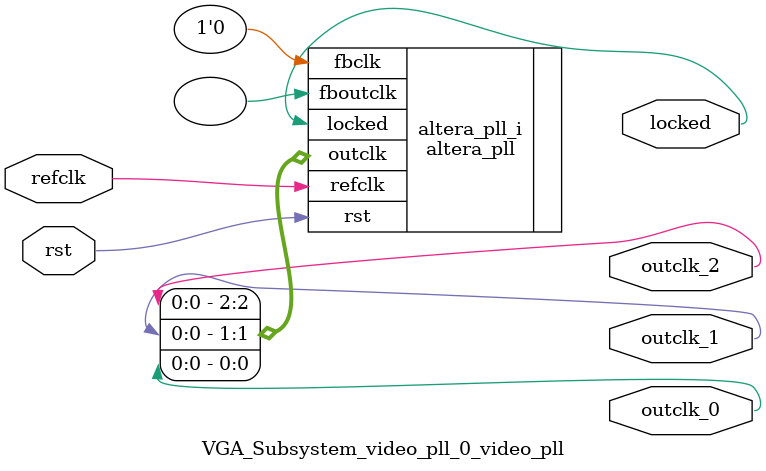
<source format=v>
`timescale 1ns/10ps
module  VGA_Subsystem_video_pll_0_video_pll(

	// interface 'refclk'
	input wire refclk,

	// interface 'reset'
	input wire rst,

	// interface 'outclk0'
	output wire outclk_0,

	// interface 'outclk1'
	output wire outclk_1,

	// interface 'outclk2'
	output wire outclk_2,

	// interface 'locked'
	output wire locked
);

	altera_pll #(
		.fractional_vco_multiplier("false"),
		.reference_clock_frequency("50.0 MHz"),
		.operation_mode("direct"),
		.number_of_clocks(3),
		.output_clock_frequency0("25.000000 MHz"),
		.phase_shift0("0 ps"),
		.duty_cycle0(50),
		.output_clock_frequency1("25.000000 MHz"),
		.phase_shift1("0 ps"),
		.duty_cycle1(50),
		.output_clock_frequency2("33.000000 MHz"),
		.phase_shift2("0 ps"),
		.duty_cycle2(50),
		.output_clock_frequency3("0 MHz"),
		.phase_shift3("0 ps"),
		.duty_cycle3(50),
		.output_clock_frequency4("0 MHz"),
		.phase_shift4("0 ps"),
		.duty_cycle4(50),
		.output_clock_frequency5("0 MHz"),
		.phase_shift5("0 ps"),
		.duty_cycle5(50),
		.output_clock_frequency6("0 MHz"),
		.phase_shift6("0 ps"),
		.duty_cycle6(50),
		.output_clock_frequency7("0 MHz"),
		.phase_shift7("0 ps"),
		.duty_cycle7(50),
		.output_clock_frequency8("0 MHz"),
		.phase_shift8("0 ps"),
		.duty_cycle8(50),
		.output_clock_frequency9("0 MHz"),
		.phase_shift9("0 ps"),
		.duty_cycle9(50),
		.output_clock_frequency10("0 MHz"),
		.phase_shift10("0 ps"),
		.duty_cycle10(50),
		.output_clock_frequency11("0 MHz"),
		.phase_shift11("0 ps"),
		.duty_cycle11(50),
		.output_clock_frequency12("0 MHz"),
		.phase_shift12("0 ps"),
		.duty_cycle12(50),
		.output_clock_frequency13("0 MHz"),
		.phase_shift13("0 ps"),
		.duty_cycle13(50),
		.output_clock_frequency14("0 MHz"),
		.phase_shift14("0 ps"),
		.duty_cycle14(50),
		.output_clock_frequency15("0 MHz"),
		.phase_shift15("0 ps"),
		.duty_cycle15(50),
		.output_clock_frequency16("0 MHz"),
		.phase_shift16("0 ps"),
		.duty_cycle16(50),
		.output_clock_frequency17("0 MHz"),
		.phase_shift17("0 ps"),
		.duty_cycle17(50),
		.pll_type("General"),
		.pll_subtype("General")
	) altera_pll_i (
		.rst	(rst),
		.outclk	({outclk_2, outclk_1, outclk_0}),
		.locked	(locked),
		.fboutclk	( ),
		.fbclk	(1'b0),
		.refclk	(refclk)
	);
endmodule


</source>
